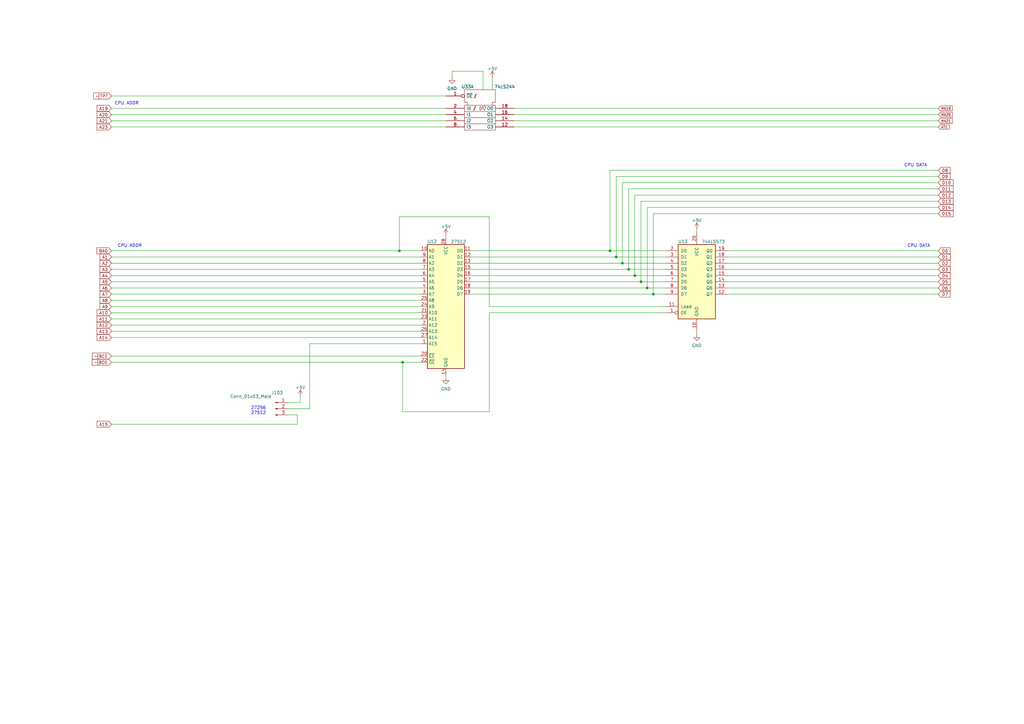
<source format=kicad_sch>
(kicad_sch (version 20211123) (generator eeschema)
  (paper "A3")
  (lib_symbols
    (symbol "74xx:74LS573" (pin_names (offset 1.016))
      (property "Reference" "U" (at -7.62 16.51 0))
      (property "Value" "74LS573" (at -7.62 -16.51 0))
      (symbol "74LS573_1_0"
        (pin input inverted (at -12.7 -12.7 0) (length 5.08) (name "OE") (number "1"))
        (pin power_in line (at 0 -20.32 90) (length 5.08) (name "GND") (number "10"))
        (pin input line (at -12.7 -10.16 0) (length 5.08) (name "Load") (number "11"))
        (pin tri_state line (at 12.7 -5.08 180) (length 5.08) (name "Q7") (number "12"))
        (pin tri_state line (at 12.7 -2.54 180) (length 5.08) (name "Q6") (number "13"))
        (pin tri_state line (at 12.7 0 180) (length 5.08) (name "Q5") (number "14"))
        (pin tri_state line (at 12.7 2.54 180) (length 5.08) (name "Q4") (number "15"))
        (pin tri_state line (at 12.7 5.08 180) (length 5.08) (name "Q3") (number "16"))
        (pin tri_state line (at 12.7 7.62 180) (length 5.08) (name "Q2") (number "17"))
        (pin tri_state line (at 12.7 10.16 180) (length 5.08) (name "Q1") (number "18"))
        (pin tri_state line (at 12.7 12.7 180) (length 5.08) (name "Q0") (number "19"))
        (pin input line (at -12.7 12.7 0) (length 5.08) (name "D0") (number "2"))
        (pin power_in line (at 0 20.32 270) (length 5.08) (name "VCC") (number "20"))
        (pin input line (at -12.7 10.16 0) (length 5.08) (name "D1") (number "3"))
        (pin input line (at -12.7 7.62 0) (length 5.08) (name "D2") (number "4"))
        (pin input line (at -12.7 5.08 0) (length 5.08) (name "D3") (number "5"))
        (pin input line (at -12.7 2.54 0) (length 5.08) (name "D4") (number "6"))
        (pin input line (at -12.7 0 0) (length 5.08) (name "D5") (number "7"))
        (pin input line (at -12.7 -2.54 0) (length 5.08) (name "D6") (number "8"))
        (pin input line (at -12.7 -5.08 0) (length 5.08) (name "D7") (number "9"))
      )
      (symbol "74LS573_1_1"
        (rectangle (start -7.62 15.24) (end 7.62 -15.24) (stroke (width 0.254)) (fill (type background)))
      )
    )
    (symbol "74xx_IEEE:74LS244" (pin_names (offset 0.762))
      (property "Reference" "U" (at 8.89 10.16 0))
      (property "Value" "74LS244" (at 6.35 -7.62 0))
      (symbol "74LS244_0_0"
        (polyline (pts (xy 1.016 3.302) (xy 2.54 3.302) (xy 1.778 1.778) (xy 1.016 3.302) (xy 1.016 3.302)))
        (pin power_in line (at 1.27 10.16 270) (length 0) hide (name "GND") (number "10"))
        (pin power_in line (at 5.08 10.16 270) (length 0) hide (name "VCC") (number "20"))
      )
      (symbol "74LS244_0_1"
        (rectangle (start -6.35 3.81) (end 6.35 -6.35))
        (polyline (pts (xy -6.35 -1.27) (xy 6.35 -1.27) (xy 6.35 -1.27)))
        (polyline (pts (xy 6.35 -3.81) (xy -6.35 -3.81) (xy -6.35 -3.81)))
        (polyline (pts (xy 6.35 1.27) (xy -6.35 1.27) (xy -6.35 1.27)))
        (polyline (pts (xy 0 3.302) (xy 0 1.778) (xy 1.016 2.54) (xy 0 3.302) (xy 0 3.302)))
        (polyline (pts (xy -2.794 1.778) (xy -2.286 1.778) (xy -1.778 3.302) (xy -1.524 3.302) (xy -2.032 3.302) (xy -2.54 1.778) (xy -2.54 1.778)))
        (polyline (pts (xy -2.54 6.858) (xy -2.032 6.858) (xy -1.524 8.382) (xy -1.27 8.382) (xy -1.778 8.382) (xy -2.286 6.858) (xy -2.286 6.858)))
        (polyline (pts (xy -5.08 3.81) (xy -5.08 5.08) (xy -6.35 5.08) (xy -6.35 10.16) (xy 6.35 10.16) (xy 6.35 5.08) (xy 5.08 5.08) (xy 5.08 3.81) (xy 5.08 3.81)))
      )
      (symbol "74LS244_1_1"
        (pin input inverted (at -13.97 7.62 0) (length 7.62) (name "~{OE}") (number "1"))
        (pin tri_state line (at 13.97 -5.08 180) (length 7.62) (name "O3") (number "12"))
        (pin tri_state line (at 13.97 -2.54 180) (length 7.62) (name "O2") (number "14"))
        (pin tri_state line (at 13.97 0 180) (length 7.62) (name "O1") (number "16"))
        (pin tri_state line (at 13.97 2.54 180) (length 7.62) (name "O0") (number "18"))
        (pin input line (at -13.97 2.54 0) (length 7.62) (name "I0") (number "2"))
        (pin input line (at -13.97 0 0) (length 7.62) (name "I1") (number "4"))
        (pin input line (at -13.97 -2.54 0) (length 7.62) (name "I2") (number "6"))
        (pin input line (at -13.97 -5.08 0) (length 7.62) (name "I3") (number "8"))
      )
      (symbol "74LS244_2_1"
        (pin input line (at -13.97 2.54 0) (length 7.62) (name "I0") (number "11"))
        (pin input line (at -13.97 0 0) (length 7.62) (name "I1") (number "13"))
        (pin input line (at -13.97 -2.54 0) (length 7.62) (name "I2") (number "15"))
        (pin input line (at -13.97 -5.08 0) (length 7.62) (name "I3") (number "17"))
        (pin input inverted (at -13.97 7.62 0) (length 7.62) (name "~{OE}") (number "19"))
        (pin tri_state line (at 13.97 -5.08 180) (length 7.62) (name "O3") (number "3"))
        (pin tri_state line (at 13.97 -2.54 180) (length 7.62) (name "O2") (number "5"))
        (pin tri_state line (at 13.97 0 180) (length 7.62) (name "O1") (number "7"))
        (pin tri_state line (at 13.97 2.54 180) (length 7.62) (name "O0") (number "9"))
      )
    )
    (symbol "Connector:Conn_01x03_Male" (pin_names (offset 1.016) hide)
      (property "Reference" "J" (at 0 5.08 0))
      (property "Value" "Conn_01x03_Male" (at 0 -5.08 0))
      (symbol "Conn_01x03_Male_1_1"
        (polyline (pts (xy 1.27 -2.54) (xy 0.8636 -2.54)) (stroke (width 0.1524)))
        (polyline (pts (xy 1.27 0) (xy 0.8636 0)) (stroke (width 0.1524)))
        (polyline (pts (xy 1.27 2.54) (xy 0.8636 2.54)) (stroke (width 0.1524)))
        (rectangle (start 0.8636 -2.413) (end 0 -2.667) (stroke (width 0.1524)) (fill (type outline)))
        (rectangle (start 0.8636 0.127) (end 0 -0.127) (stroke (width 0.1524)) (fill (type outline)))
        (rectangle (start 0.8636 2.667) (end 0 2.413) (stroke (width 0.1524)) (fill (type outline)))
        (pin passive line (at 5.08 2.54 180) (length 3.81) (name "Pin_1") (number "1"))
        (pin passive line (at 5.08 0 180) (length 3.81) (name "Pin_2") (number "2"))
        (pin passive line (at 5.08 -2.54 180) (length 3.81) (name "Pin_3") (number "3"))
      )
    )
    (symbol "Memory_EPROM:27512"
      (property "Reference" "U" (at -7.62 26.67 0))
      (property "Value" "27512" (at 2.54 -26.67 0))
      (symbol "27512_1_1"
        (rectangle (start -7.62 25.4) (end 7.62 -25.4) (stroke (width 0.254)) (fill (type background)))
        (pin input line (at -10.16 -15.24 0) (length 2.54) (name "A15") (number "1"))
        (pin input line (at -10.16 22.86 0) (length 2.54) (name "A0") (number "10"))
        (pin tri_state line (at 10.16 22.86 180) (length 2.54) (name "D0") (number "11"))
        (pin tri_state line (at 10.16 20.32 180) (length 2.54) (name "D1") (number "12"))
        (pin tri_state line (at 10.16 17.78 180) (length 2.54) (name "D2") (number "13"))
        (pin power_in line (at 0 -27.94 90) (length 2.54) (name "GND") (number "14"))
        (pin tri_state line (at 10.16 15.24 180) (length 2.54) (name "D3") (number "15"))
        (pin tri_state line (at 10.16 12.7 180) (length 2.54) (name "D4") (number "16"))
        (pin tri_state line (at 10.16 10.16 180) (length 2.54) (name "D5") (number "17"))
        (pin tri_state line (at 10.16 7.62 180) (length 2.54) (name "D6") (number "18"))
        (pin tri_state line (at 10.16 5.08 180) (length 2.54) (name "D7") (number "19"))
        (pin input line (at -10.16 -7.62 0) (length 2.54) (name "A12") (number "2"))
        (pin input line (at -10.16 -20.32 0) (length 2.54) (name "~{CE}") (number "20"))
        (pin input line (at -10.16 -2.54 0) (length 2.54) (name "A10") (number "21"))
        (pin input line (at -10.16 -22.86 0) (length 2.54) (name "~{OE}") (number "22"))
        (pin input line (at -10.16 -5.08 0) (length 2.54) (name "A11") (number "23"))
        (pin input line (at -10.16 0 0) (length 2.54) (name "A9") (number "24"))
        (pin input line (at -10.16 2.54 0) (length 2.54) (name "A8") (number "25"))
        (pin input line (at -10.16 -10.16 0) (length 2.54) (name "A13") (number "26"))
        (pin input line (at -10.16 -12.7 0) (length 2.54) (name "A14") (number "27"))
        (pin power_in line (at 0 27.94 270) (length 2.54) (name "VCC") (number "28"))
        (pin input line (at -10.16 5.08 0) (length 2.54) (name "A7") (number "3"))
        (pin input line (at -10.16 7.62 0) (length 2.54) (name "A6") (number "4"))
        (pin input line (at -10.16 10.16 0) (length 2.54) (name "A5") (number "5"))
        (pin input line (at -10.16 12.7 0) (length 2.54) (name "A4") (number "6"))
        (pin input line (at -10.16 15.24 0) (length 2.54) (name "A3") (number "7"))
        (pin input line (at -10.16 17.78 0) (length 2.54) (name "A2") (number "8"))
        (pin input line (at -10.16 20.32 0) (length 2.54) (name "A1") (number "9"))
      )
    )
    (symbol "power:+5V" (power) (pin_names (offset 0))
      (property "Value" "+5V" (at 0 3.556 0))
      (symbol "+5V_0_1"
        (polyline (pts (xy -0.762 1.27) (xy 0 2.54)))
        (polyline (pts (xy 0 0) (xy 0 2.54)))
        (polyline (pts (xy 0 2.54) (xy 0.762 1.27)))
      )
      (symbol "+5V_1_1"
        (pin power_in line (at 0 0 90) (length 0) hide (name "+5V") (number "1"))
      )
    )
    (symbol "power:GND" (power) (pin_names (offset 0))
      (property "Value" "GND" (at 0 -3.81 0))
      (symbol "GND_0_1"
        (polyline (pts (xy 0 0) (xy 0 -1.27) (xy 1.27 -1.27) (xy 0 -2.54) (xy -1.27 -1.27) (xy 0 -1.27)))
      )
      (symbol "GND_1_1"
        (pin power_in line (at 0 0 270) (length 0) hide (name "GND") (number "1"))
      )
    )
  )
  (junction (at 250.19 102.87))
  (junction (at 163.83 102.87))
  (junction (at 257.81 110.49))
  (junction (at 262.89 115.57))
  (junction (at 255.27 107.95))
  (junction (at 267.97 120.65))
  (junction (at 260.35 113.03))
  (junction (at 252.73 105.41))
  (junction (at 165.1 148.59))
  (junction (at 265.43 118.11))
  (wire (pts (xy 45.72 173.99) (xy 121.92 173.99)))
  (wire (pts (xy 210.82 46.99) (xy 384.81 46.99)))
  (wire (pts (xy 45.72 46.99) (xy 182.88 46.99)))
  (wire (pts (xy 210.82 52.07) (xy 384.81 52.07)))
  (wire (pts (xy 127 140.97) (xy 172.72 140.97)))
  (wire (pts (xy 45.72 113.03) (xy 172.72 113.03)))
  (wire (pts (xy 45.72 146.05) (xy 172.72 146.05)))
  (wire (pts (xy 198.12 29.21) (xy 198.12 36.83)))
  (wire (pts (xy 193.04 120.65) (xy 267.97 120.65)))
  (wire (pts (xy 267.97 87.63) (xy 384.81 87.63)))
  (wire (pts (xy 250.19 102.87) (xy 273.05 102.87)))
  (wire (pts (xy 45.72 118.11) (xy 172.72 118.11)))
  (wire (pts (xy 285.75 93.98) (xy 285.75 95.25)))
  (wire (pts (xy 165.1 148.59) (xy 172.72 148.59)))
  (wire (pts (xy 45.72 102.87) (xy 163.83 102.87)))
  (wire (pts (xy 257.81 110.49) (xy 257.81 77.47)))
  (wire (pts (xy 45.72 105.41) (xy 172.72 105.41)))
  (wire (pts (xy 193.04 107.95) (xy 255.27 107.95)))
  (wire (pts (xy 262.89 82.55) (xy 262.89 115.57)))
  (wire (pts (xy 200.66 128.27) (xy 200.66 168.91)))
  (wire (pts (xy 193.04 102.87) (xy 250.19 102.87)))
  (wire (pts (xy 163.83 102.87) (xy 163.83 88.9)))
  (wire (pts (xy 182.88 153.67) (xy 182.88 154.94)))
  (wire (pts (xy 262.89 115.57) (xy 273.05 115.57)))
  (wire (pts (xy 45.72 148.59) (xy 165.1 148.59)))
  (wire (pts (xy 298.45 115.57) (xy 384.81 115.57)))
  (wire (pts (xy 265.43 118.11) (xy 273.05 118.11)))
  (wire (pts (xy 210.82 49.53) (xy 384.81 49.53)))
  (wire (pts (xy 193.04 105.41) (xy 252.73 105.41)))
  (wire (pts (xy 260.35 113.03) (xy 273.05 113.03)))
  (wire (pts (xy 45.72 44.45) (xy 182.88 44.45)))
  (wire (pts (xy 45.72 39.37) (xy 182.88 39.37)))
  (wire (pts (xy 260.35 113.03) (xy 260.35 80.01)))
  (wire (pts (xy 45.72 128.27) (xy 172.72 128.27)))
  (wire (pts (xy 193.04 118.11) (xy 265.43 118.11)))
  (wire (pts (xy 250.19 69.85) (xy 384.81 69.85)))
  (wire (pts (xy 252.73 105.41) (xy 273.05 105.41)))
  (wire (pts (xy 285.75 135.89) (xy 285.75 137.16)))
  (wire (pts (xy 45.72 115.57) (xy 172.72 115.57)))
  (wire (pts (xy 267.97 120.65) (xy 273.05 120.65)))
  (wire (pts (xy 121.92 170.18) (xy 118.11 170.18)))
  (wire (pts (xy 123.19 165.1) (xy 123.19 162.56)))
  (wire (pts (xy 260.35 80.01) (xy 384.81 80.01)))
  (wire (pts (xy 182.88 96.52) (xy 182.88 97.79)))
  (wire (pts (xy 255.27 107.95) (xy 255.27 74.93)))
  (wire (pts (xy 384.81 82.55) (xy 262.89 82.55)))
  (wire (pts (xy 265.43 85.09) (xy 384.81 85.09)))
  (wire (pts (xy 267.97 120.65) (xy 267.97 87.63)))
  (wire (pts (xy 45.72 125.73) (xy 172.72 125.73)))
  (wire (pts (xy 193.04 110.49) (xy 257.81 110.49)))
  (wire (pts (xy 200.66 88.9) (xy 200.66 125.73)))
  (wire (pts (xy 193.04 113.03) (xy 260.35 113.03)))
  (wire (pts (xy 210.82 44.45) (xy 384.81 44.45)))
  (wire (pts (xy 45.72 130.81) (xy 172.72 130.81)))
  (wire (pts (xy 298.45 118.11) (xy 384.81 118.11)))
  (wire (pts (xy 45.72 120.65) (xy 172.72 120.65)))
  (wire (pts (xy 45.72 110.49) (xy 172.72 110.49)))
  (wire (pts (xy 118.11 167.64) (xy 127 167.64)))
  (wire (pts (xy 384.81 72.39) (xy 252.73 72.39)))
  (wire (pts (xy 121.92 173.99) (xy 121.92 170.18)))
  (wire (pts (xy 163.83 102.87) (xy 172.72 102.87)))
  (wire (pts (xy 298.45 107.95) (xy 384.81 107.95)))
  (wire (pts (xy 118.11 165.1) (xy 123.19 165.1)))
  (wire (pts (xy 265.43 118.11) (xy 265.43 85.09)))
  (wire (pts (xy 127 167.64) (xy 127 140.97)))
  (wire (pts (xy 257.81 110.49) (xy 273.05 110.49)))
  (wire (pts (xy 298.45 120.65) (xy 384.81 120.65)))
  (wire (pts (xy 298.45 113.03) (xy 384.81 113.03)))
  (wire (pts (xy 250.19 102.87) (xy 250.19 69.85)))
  (wire (pts (xy 172.72 135.89) (xy 45.72 135.89)))
  (wire (pts (xy 252.73 72.39) (xy 252.73 105.41)))
  (wire (pts (xy 200.66 125.73) (xy 273.05 125.73)))
  (wire (pts (xy 185.42 31.75) (xy 185.42 29.21)))
  (wire (pts (xy 200.66 88.9) (xy 163.83 88.9)))
  (wire (pts (xy 45.72 49.53) (xy 182.88 49.53)))
  (wire (pts (xy 298.45 102.87) (xy 384.81 102.87)))
  (wire (pts (xy 298.45 105.41) (xy 384.81 105.41)))
  (wire (pts (xy 165.1 148.59) (xy 165.1 168.91)))
  (wire (pts (xy 45.72 138.43) (xy 172.72 138.43)))
  (wire (pts (xy 255.27 74.93) (xy 384.81 74.93)))
  (wire (pts (xy 45.72 133.35) (xy 172.72 133.35)))
  (wire (pts (xy 298.45 110.49) (xy 384.81 110.49)))
  (wire (pts (xy 201.93 36.83) (xy 201.93 31.75)))
  (wire (pts (xy 45.72 123.19) (xy 172.72 123.19)))
  (wire (pts (xy 257.81 77.47) (xy 384.81 77.47)))
  (wire (pts (xy 185.42 29.21) (xy 198.12 29.21)))
  (wire (pts (xy 200.66 128.27) (xy 273.05 128.27)))
  (wire (pts (xy 200.66 168.91) (xy 165.1 168.91)))
  (wire (pts (xy 193.04 115.57) (xy 262.89 115.57)))
  (wire (pts (xy 45.72 107.95) (xy 172.72 107.95)))
  (wire (pts (xy 45.72 52.07) (xy 182.88 52.07)))
  (wire (pts (xy 255.27 107.95) (xy 273.05 107.95)))
  (text "CPU DATA" (at 372.11 101.6 0) (effects (font (size 1.27 1.27)) (justify left bottom)))
  (text "CPU ADDR" (at 46.99 43.18 0) (effects (font (size 1.27 1.27)) (justify left bottom)))
  (text "CPU DATA" (at 370.84 68.58 0) (effects (font (size 1.27 1.27)) (justify left bottom)))
  (text "CPU ADDR" (at 48.26 101.6 0) (effects (font (size 1.27 1.27)) (justify left bottom)))
  (text "27256\n27512" (at 102.87 170.18 0) (effects (font (size 1.27 1.27)) (justify left bottom)))
  (global_label "MA21" (shape input) (at 384.81 49.53 0) (effects (font (size 1 1))) (property "Intersheet References" "${INTERSHEET_REFS}" (effects hide)))
  (global_label "D15" (shape input) (at 384.81 87.63 0) (property "Intersheet References" "${INTERSHEET_REFS}" (effects hide)))
  (global_label "A8" (shape input) (at 45.72 123.19 180) (property "Intersheet References" "${INTERSHEET_REFS}" (effects hide)))
  (global_label "D14" (shape input) (at 384.81 85.09 0) (property "Intersheet References" "${INTERSHEET_REFS}" (effects hide)))
  (global_label "~{BOE" (shape input) (at 45.72 148.59 180) (property "Intersheet References" "${INTERSHEET_REFS}" (effects hide)))
  (global_label "MA20" (shape input) (at 384.81 46.99 0) (effects (font (size 1 1))) (property "Intersheet References" "${INTERSHEET_REFS}" (effects hide)))
  (global_label "A5" (shape input) (at 45.72 115.57 180) (property "Intersheet References" "${INTERSHEET_REFS}" (effects hide)))
  (global_label "A19" (shape input) (at 45.72 44.45 180) (property "Intersheet References" "${INTERSHEET_REFS}" (effects hide)))
  (global_label "D7" (shape input) (at 384.81 120.65 0) (property "Intersheet References" "${INTERSHEET_REFS}" (effects hide)))
  (global_label "D0" (shape input) (at 384.81 102.87 0) (property "Intersheet References" "${INTERSHEET_REFS}" (effects hide)))
  (global_label "D11" (shape input) (at 384.81 77.47 0) (property "Intersheet References" "${INTERSHEET_REFS}" (effects hide)))
  (global_label "A9" (shape input) (at 45.72 125.73 180) (property "Intersheet References" "${INTERSHEET_REFS}" (effects hide)))
  (global_label "A3" (shape input) (at 45.72 110.49 180) (property "Intersheet References" "${INTERSHEET_REFS}" (effects hide)))
  (global_label "A21" (shape input) (at 45.72 49.53 180) (property "Intersheet References" "${INTERSHEET_REFS}" (effects hide)))
  (global_label "D8" (shape input) (at 384.81 69.85 0) (property "Intersheet References" "${INTERSHEET_REFS}" (effects hide)))
  (global_label "A20" (shape input) (at 45.72 46.99 180) (property "Intersheet References" "${INTERSHEET_REFS}" (effects hide)))
  (global_label "D12" (shape input) (at 384.81 80.01 0) (property "Intersheet References" "${INTERSHEET_REFS}" (effects hide)))
  (global_label "A12" (shape input) (at 45.72 133.35 180) (property "Intersheet References" "${INTERSHEET_REFS}" (effects hide)))
  (global_label "D10" (shape input) (at 384.81 74.93 0) (property "Intersheet References" "${INTERSHEET_REFS}" (effects hide)))
  (global_label "D1" (shape input) (at 384.81 105.41 0) (property "Intersheet References" "${INTERSHEET_REFS}" (effects hide)))
  (global_label "MA19" (shape input) (at 384.81 44.45 0) (effects (font (size 1 1))) (property "Intersheet References" "${INTERSHEET_REFS}" (effects hide)))
  (global_label "AT1" (shape input) (at 384.81 52.07 0) (effects (font (size 1 1))) (property "Intersheet References" "${INTERSHEET_REFS}" (effects hide)))
  (global_label "~{BCE" (shape input) (at 45.72 146.05 180) (property "Intersheet References" "${INTERSHEET_REFS}" (effects hide)))
  (global_label "A7" (shape input) (at 45.72 120.65 180) (property "Intersheet References" "${INTERSHEET_REFS}" (effects hide)))
  (global_label "D2" (shape input) (at 384.81 107.95 0) (property "Intersheet References" "${INTERSHEET_REFS}" (effects hide)))
  (global_label "D3" (shape input) (at 384.81 110.49 0) (property "Intersheet References" "${INTERSHEET_REFS}" (effects hide)))
  (global_label "A10" (shape input) (at 45.72 128.27 180) (property "Intersheet References" "${INTERSHEET_REFS}" (effects hide)))
  (global_label "A15" (shape input) (at 45.72 173.99 180) (property "Intersheet References" "${INTERSHEET_REFS}" (effects hide)))
  (global_label "D13" (shape input) (at 384.81 82.55 0) (property "Intersheet References" "${INTERSHEET_REFS}" (effects hide)))
  (global_label "D4" (shape input) (at 384.81 113.03 0) (property "Intersheet References" "${INTERSHEET_REFS}" (effects hide)))
  (global_label "A23" (shape input) (at 45.72 52.07 180) (property "Intersheet References" "${INTERSHEET_REFS}" (effects hide)))
  (global_label "D6" (shape input) (at 384.81 118.11 0) (property "Intersheet References" "${INTERSHEET_REFS}" (effects hide)))
  (global_label "D5" (shape input) (at 384.81 115.57 0) (property "Intersheet References" "${INTERSHEET_REFS}" (effects hide)))
  (global_label "A13" (shape input) (at 45.72 135.89 180) (property "Intersheet References" "${INTERSHEET_REFS}" (effects hide)))
  (global_label "BA0" (shape input) (at 45.72 102.87 180) (property "Intersheet References" "${INTERSHEET_REFS}" (effects hide)))
  (global_label "D9" (shape input) (at 384.81 72.39 0) (property "Intersheet References" "${INTERSHEET_REFS}" (effects hide)))
  (global_label "A11" (shape input) (at 45.72 130.81 180) (property "Intersheet References" "${INTERSHEET_REFS}" (effects hide)))
  (global_label "A4" (shape input) (at 45.72 113.03 180) (property "Intersheet References" "${INTERSHEET_REFS}" (effects hide)))
  (global_label "A6" (shape input) (at 45.72 118.11 180) (property "Intersheet References" "${INTERSHEET_REFS}" (effects hide)))
  (global_label "A14" (shape input) (at 45.72 138.43 180) (property "Intersheet References" "${INTERSHEET_REFS}" (effects hide)))
  (global_label "~{TPT" (shape input) (at 45.72 39.37 180) (property "Intersheet References" "${INTERSHEET_REFS}" (effects hide)))
  (global_label "A2" (shape input) (at 45.72 107.95 180) (property "Intersheet References" "${INTERSHEET_REFS}" (effects hide)))
  (global_label "A1" (shape input) (at 45.72 105.41 180) (property "Intersheet References" "${INTERSHEET_REFS}" (effects hide)))
  (symbol (lib_id "74xx:74LS573") (at 285.75 115.57 0) (unit 1)
    (property "Reference" "U13" (at 278.13 99.06 0) (effects (justify left)))
    (property "Value" "74ALS573" (at 287.7694 99.1386 0) (effects (justify left)))
    (property "Footprint" "Package_DIP:DIP-20_W7.62mm" (effects hide))
    (property "Datasheet" "74xx/74hc573.pdf" (effects hide))
  )
  (symbol (lib_id "power:GND") (at 182.88 154.94 0) (unit 1)
    (property "Reference" "#PWR0123" (effects hide))
    (property "Value" "GND" (at 182.88 159.5025 0))
  )
  (symbol (lib_id "power:+5V") (at 201.93 31.75 0) (unit 1)
    (property "Reference" "#PWR0219" (effects hide))
    (property "Value" "+5V" (at 201.93 28.1455 0))
  )
  (symbol (lib_id "power:GND") (at 185.42 31.75 0) (unit 1)
    (property "Reference" "#PWR0125" (effects hide))
    (property "Value" "GND" (at 185.42 36.3125 0))
  )
  (symbol (lib_id "Connector:Conn_01x03_Male") (at 113.03 167.64 0) (unit 1)
    (property "Reference" "J103" (at 113.665 161.0573 0))
    (property "Value" "Conn_01x03_Male" (at 102.87 162.56 0))
  )
  (symbol (lib_id "Memory_EPROM:27512") (at 182.88 125.73 0) (unit 1)
    (property "Reference" "U12" (at 175.26 99.06 0) (effects (justify left)))
    (property "Value" "27512" (at 184.8994 99.1386 0) (effects (justify left)))
    (property "Footprint" "Package_DIP:DIP-28_W15.24mm" (effects hide))
    (property "Datasheet" "http://pdf.datasheetcatalog.com/datasheets/120/227190_DS.pdf" (effects hide))
  )
  (symbol (lib_id "power:+5V") (at 123.19 162.56 0) (unit 1)
    (property "Reference" "#PWR0122" (effects hide))
    (property "Value" "+5V" (at 123.19 158.9555 0))
  )
  (symbol (lib_id "power:+5V") (at 182.88 96.52 0) (unit 1)
    (property "Reference" "#PWR0120" (effects hide))
    (property "Value" "+5V" (at 182.88 92.9155 0))
  )
  (symbol (lib_id "power:GND") (at 285.75 137.16 0) (unit 1)
    (property "Reference" "#PWR0126" (effects hide))
    (property "Value" "GND" (at 285.75 141.7225 0))
  )
  (symbol (lib_id "power:+5V") (at 285.75 93.98 0) (unit 1)
    (property "Reference" "#PWR0121" (effects hide))
    (property "Value" "+5V" (at 285.75 90.3755 0))
  )
  (symbol (lib_id "74xx_IEEE:74LS244") (at 196.85 46.99 0) (unit 1)
    (property "Reference" "U33" (at 191.77 35.56 0))
    (property "Value" "74LS244" (at 207.01 35.56 0))
    (property "Footprint" "Package_DIP:DIP-20_W7.62mm" (effects hide))
    (property "Datasheet" "http://www.ti.com/lit/ds/symlink/sn74ls244.pdf" (effects hide))
  )
)
</source>
